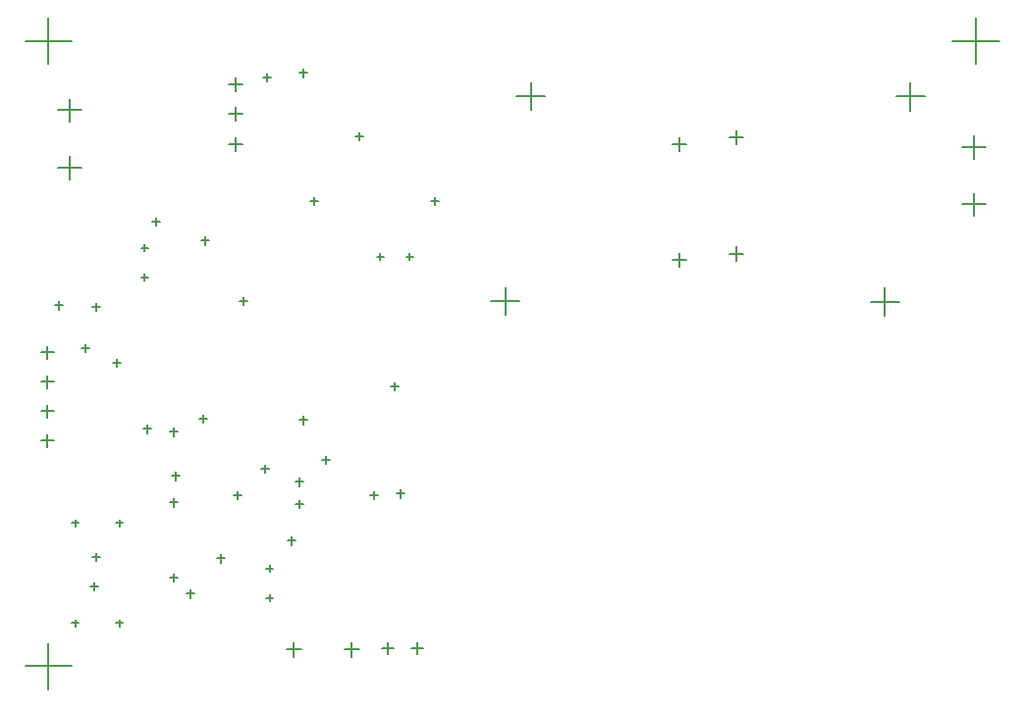
<source format=gbr>
G04*
G04 #@! TF.GenerationSoftware,Altium Limited,Altium Designer,23.0.1 (38)*
G04*
G04 Layer_Color=128*
%FSLAX25Y25*%
%MOIN*%
G70*
G04*
G04 #@! TF.SameCoordinates,8278F28E-5B15-4BE8-8149-663F5D52C5DE*
G04*
G04*
G04 #@! TF.FilePolarity,Positive*
G04*
G01*
G75*
%ADD13C,0.00500*%
D13*
X37780Y60500D02*
X40142D01*
X38961Y59319D02*
Y61681D01*
X37780Y26484D02*
X40142D01*
X38961Y25303D02*
Y27665D01*
X22819Y60500D02*
X25181D01*
X24000Y59319D02*
Y61681D01*
X22819Y26484D02*
X25181D01*
X24000Y25303D02*
Y27665D01*
X6937Y224410D02*
X22685D01*
X14811Y216535D02*
Y232283D01*
X321898Y224410D02*
X337646D01*
X329772Y216535D02*
Y232283D01*
X18063Y181315D02*
X25937D01*
X22000Y177378D02*
Y185252D01*
X18063Y200842D02*
X25937D01*
X22000Y196906D02*
Y204780D01*
X6937Y11811D02*
X22685D01*
X14811Y3937D02*
Y19685D01*
X246138Y152130D02*
X250862D01*
X248500Y149768D02*
Y154492D01*
X294169Y135791D02*
X303618D01*
X298894Y131067D02*
Y140516D01*
X246138Y191500D02*
X250862D01*
X248500Y189138D02*
Y193862D01*
X302831Y205476D02*
X312280D01*
X307555Y200752D02*
Y210201D01*
X226638Y189370D02*
X231362D01*
X229000Y187008D02*
Y191732D01*
X173882Y205709D02*
X183331D01*
X178606Y200984D02*
Y210433D01*
X226638Y150000D02*
X231362D01*
X229000Y147638D02*
Y152362D01*
X165220Y136024D02*
X174669D01*
X169945Y131299D02*
Y140748D01*
X76138Y209736D02*
X80862D01*
X78500Y207374D02*
Y212098D01*
X76138Y189264D02*
X80862D01*
X78500Y186902D02*
Y191626D01*
X76138Y199500D02*
X80862D01*
X78500Y197138D02*
Y201862D01*
X12335Y118500D02*
X16665D01*
X14500Y116335D02*
Y120665D01*
X12335Y108500D02*
X16665D01*
X14500Y106335D02*
Y110665D01*
X12335Y98500D02*
X16665D01*
X14500Y96335D02*
Y100665D01*
X12335Y88500D02*
X16665D01*
X14500Y86335D02*
Y90665D01*
X115284Y17500D02*
X120402D01*
X117842Y14941D02*
Y20059D01*
X95598Y17500D02*
X100716D01*
X98158Y14941D02*
Y20059D01*
X138031Y18000D02*
X141969D01*
X140000Y16032D02*
Y19969D01*
X128032Y18000D02*
X131968D01*
X130000Y16032D02*
Y19969D01*
X136319Y151000D02*
X138681D01*
X137500Y149819D02*
Y152181D01*
X126319Y151000D02*
X128681D01*
X127500Y149819D02*
Y152181D01*
X46319Y144000D02*
X48681D01*
X47500Y142819D02*
Y145181D01*
X46319Y154000D02*
X48681D01*
X47500Y152819D02*
Y155181D01*
X88819Y45000D02*
X91181D01*
X90000Y43819D02*
Y46181D01*
X88819Y35000D02*
X91181D01*
X90000Y33819D02*
Y36181D01*
X325063Y188342D02*
X332937D01*
X329000Y184406D02*
Y192280D01*
X325063Y168815D02*
X332937D01*
X329000Y164878D02*
Y172752D01*
X29100Y39000D02*
X31900D01*
X30500Y37600D02*
Y40400D01*
X29600Y49000D02*
X32400D01*
X31000Y47600D02*
Y50400D01*
X72100Y48500D02*
X74900D01*
X73500Y47100D02*
Y49900D01*
X133100Y70500D02*
X135900D01*
X134500Y69100D02*
Y71900D01*
X103600Y170000D02*
X106400D01*
X105000Y168600D02*
Y171400D01*
X124100Y70000D02*
X126900D01*
X125500Y68600D02*
Y71400D01*
X119100Y192000D02*
X121900D01*
X120500Y190600D02*
Y193400D01*
X50100Y163000D02*
X52900D01*
X51500Y161600D02*
Y164400D01*
X107695Y81903D02*
X110495D01*
X109095Y80503D02*
Y83303D01*
X36600Y115000D02*
X39400D01*
X38000Y113600D02*
Y116400D01*
X26100Y120000D02*
X28900D01*
X27500Y118600D02*
Y121400D01*
X100100Y213500D02*
X102900D01*
X101500Y212100D02*
Y214900D01*
X87600Y212000D02*
X90400D01*
X89000Y210600D02*
Y213400D01*
X144600Y170000D02*
X147400D01*
X146000Y168600D02*
Y171400D01*
X79600Y136000D02*
X82400D01*
X81000Y134600D02*
Y137400D01*
X47100Y92500D02*
X49900D01*
X48500Y91100D02*
Y93900D01*
X56100Y91500D02*
X58900D01*
X57500Y90100D02*
Y92900D01*
X56600Y76500D02*
X59400D01*
X58000Y75100D02*
Y77900D01*
X77600Y70000D02*
X80400D01*
X79000Y68600D02*
Y71400D01*
X87100Y79000D02*
X89900D01*
X88500Y77600D02*
Y80400D01*
X131100Y107000D02*
X133900D01*
X132500Y105600D02*
Y108400D01*
X98600Y67000D02*
X101400D01*
X100000Y65600D02*
Y68400D01*
X29600Y134000D02*
X32400D01*
X31000Y132600D02*
Y135400D01*
X17100Y134500D02*
X19900D01*
X18500Y133100D02*
Y135900D01*
X66600Y156500D02*
X69400D01*
X68000Y155100D02*
Y157900D01*
X100100Y95500D02*
X102900D01*
X101500Y94100D02*
Y96900D01*
X66100Y96000D02*
X68900D01*
X67500Y94600D02*
Y97400D01*
X96100Y54500D02*
X98900D01*
X97500Y53100D02*
Y55900D01*
X98600Y74500D02*
X101400D01*
X100000Y73100D02*
Y75900D01*
X56100Y42000D02*
X58900D01*
X57500Y40600D02*
Y43400D01*
X56100Y67500D02*
X58900D01*
X57500Y66100D02*
Y68900D01*
X61600Y36500D02*
X64400D01*
X63000Y35100D02*
Y37900D01*
M02*

</source>
